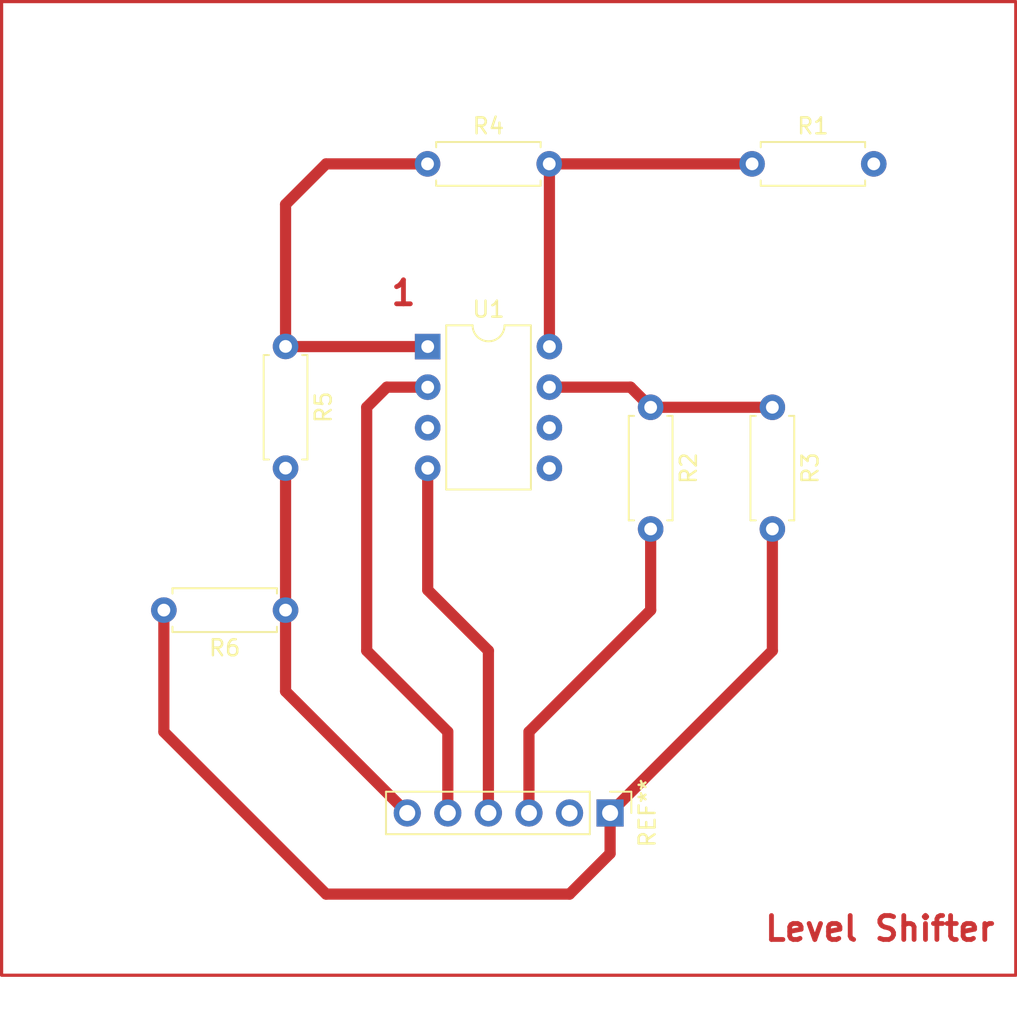
<source format=kicad_pcb>
(kicad_pcb (version 20221018) (generator pcbnew)
  (layers (0 "F.Cu" signal) (31 "B.Cu" signal) (34 "B.Paste" user) (35 "F.Paste" user) (36 "B.SilkS" user "B.Silkscreen") (37 "F.SilkS" user "F.Silkscreen") (38 "B.Mask" user) (39 "F.Mask" user) (44 "Edge.Cuts" user))
  (net 0 "")
  (net 4 "Net-(U1-BYPASS)")
  (net 5 "Net-(R1-Pad2)")
  (net 6 "Net-(U1-VS)")
  (footprint "Resistor_THT:R_Axial_DIN0207_L6.3mm_D2.5mm_P7.62mm_Horizontal" (layer "F.Cu") (at 132.08 77.47 -90)
    (fp_text reference "R5" (at 3.81 -2.37 90) (layer "F.SilkS"))
    (fp_text value "R")
    (fp_line (start 0.54 -1.37) (end 7.08 -1.37) (stroke (width 0.12)) (layer "F.SilkS"))
    (fp_line (start 0.54 -1.04) (end 0.54 -1.37) (stroke (width 0.12)) (layer "F.SilkS"))
    (fp_line (start 0.54 1.04) (end 0.54 1.37) (stroke (width 0.12)) (layer "F.SilkS"))
    (fp_line (start 0.54 1.37) (end 7.08 1.37) (stroke (width 0.12)) (layer "F.SilkS"))
    (fp_line (start 7.08 -1.37) (end 7.08 -1.04) (stroke (width 0.12)) (layer "F.SilkS"))
    (fp_line (start 7.08 1.37) (end 7.08 1.04) (stroke (width 0.12)) (layer "F.SilkS"))
    (pad "1" thru_hole circle (at 0 0 270) (size 1.6 1.6) (drill 0.8) (layers "*.Cu" "*.Mask"))
    (pad "2" thru_hole oval (at 7.62 0 270) (size 1.6 1.6) (drill 0.8) (layers "*.Cu" "*.Mask"))
  )
  (footprint "Package_DIP:DIP-8_W7.62mm" (layer "F.Cu") (at 140.98 77.48)
    (fp_text reference "U1" (at 3.81 -2.33) (layer "F.SilkS"))
    (fp_text value "LM380N-8")
    (fp_line (start 1.16 -1.33) (end 1.16 8.95) (stroke (width 0.12)) (layer "F.SilkS"))
    (fp_line (start 1.16 8.95) (end 6.46 8.95) (stroke (width 0.12)) (layer "F.SilkS"))
    (fp_line (start 2.81 -1.33) (end 1.16 -1.33) (stroke (width 0.12)) (layer "F.SilkS"))
    (fp_line (start 6.46 -1.33) (end 4.81 -1.33) (stroke (width 0.12)) (layer "F.SilkS"))
    (fp_line (start 6.46 8.95) (end 6.46 -1.33) (stroke (width 0.12)) (layer "F.SilkS"))
    (fp_arc (start 4.81 -1.33) (mid 3.81 -0.33) (end 2.81 -1.33) (stroke (width 0.12)) (layer "F.SilkS"))
    (pad "1" thru_hole rect (at 0 0) (size 1.6 1.6) (drill 0.8) (layers "*.Cu" "*.Mask"))
    (pad "2" thru_hole oval (at 0 2.54) (size 1.6 1.6) (drill 0.8) (layers "*.Cu" "*.Mask"))
    (pad "3" thru_hole oval (at 0 5.08) (size 1.6 1.6) (drill 0.8) (layers "*.Cu" "*.Mask"))
    (pad "4" thru_hole oval (at 0 7.62) (size 1.6 1.6) (drill 0.8) (layers "*.Cu" "*.Mask"))
    (pad "5" thru_hole oval (at 7.62 7.62) (size 1.6 1.6) (drill 0.8) (layers "*.Cu" "*.Mask"))
    (pad "6" thru_hole oval (at 7.62 5.08) (size 1.6 1.6) (drill 0.8) (layers "*.Cu" "*.Mask"))
    (pad "7" thru_hole oval (at 7.62 2.54) (size 1.6 1.6) (drill 0.8) (layers "*.Cu" "*.Mask") (net 6 "Net-(U1-VS)"))
    (pad "8" thru_hole oval (at 7.62 0) (size 1.6 1.6) (drill 0.8) (layers "*.Cu" "*.Mask") (net 4 "Net-(U1-BYPASS)"))
  )
  (footprint "Resistor_THT:R_Axial_DIN0207_L6.3mm_D2.5mm_P7.62mm_Horizontal" (layer "F.Cu") (at 162.56 81.28 -90)
    (fp_text reference "R3" (at 3.81 -2.37 90) (layer "F.SilkS"))
    (fp_text value "R")
    (fp_line (start 0.54 -1.37) (end 7.08 -1.37) (stroke (width 0.12)) (layer "F.SilkS"))
    (fp_line (start 0.54 -1.04) (end 0.54 -1.37) (stroke (width 0.12)) (layer "F.SilkS"))
    (fp_line (start 0.54 1.04) (end 0.54 1.37) (stroke (width 0.12)) (layer "F.SilkS"))
    (fp_line (start 0.54 1.37) (end 7.08 1.37) (stroke (width 0.12)) (layer "F.SilkS"))
    (fp_line (start 7.08 -1.37) (end 7.08 -1.04) (stroke (width 0.12)) (layer "F.SilkS"))
    (fp_line (start 7.08 1.37) (end 7.08 1.04) (stroke (width 0.12)) (layer "F.SilkS"))
    (pad "1" thru_hole circle (at 0 0 270) (size 1.6 1.6) (drill 0.8) (layers "*.Cu" "*.Mask") (net 6 "Net-(U1-VS)"))
    (pad "2" thru_hole oval (at 7.62 0 270) (size 1.6 1.6) (drill 0.8) (layers "*.Cu" "*.Mask"))
  )
  (footprint "Resistor_THT:R_Axial_DIN0207_L6.3mm_D2.5mm_P7.62mm_Horizontal" (layer "F.Cu") (at 161.29 66.04)
    (fp_text reference "R1" (at 3.81 -2.37) (layer "F.SilkS"))
    (fp_text value "R")
    (fp_line (start 0.54 -1.37) (end 7.08 -1.37) (stroke (width 0.12)) (layer "F.SilkS"))
    (fp_line (start 0.54 -1.04) (end 0.54 -1.37) (stroke (width 0.12)) (layer "F.SilkS"))
    (fp_line (start 0.54 1.04) (end 0.54 1.37) (stroke (width 0.12)) (layer "F.SilkS"))
    (fp_line (start 0.54 1.37) (end 7.08 1.37) (stroke (width 0.12)) (layer "F.SilkS"))
    (fp_line (start 7.08 -1.37) (end 7.08 -1.04) (stroke (width 0.12)) (layer "F.SilkS"))
    (fp_line (start 7.08 1.37) (end 7.08 1.04) (stroke (width 0.12)) (layer "F.SilkS"))
    (pad "1" thru_hole circle (at 0 0) (size 1.6 1.6) (drill 0.8) (layers "*.Cu" "*.Mask") (net 4 "Net-(U1-BYPASS)"))
    (pad "2" thru_hole oval (at 7.62 0) (size 1.6 1.6) (drill 0.8) (layers "*.Cu" "*.Mask") (net 5 "Net-(R1-Pad2)"))
  )
  (footprint "Connector_PinHeader_2.54mm:PinHeader_1x06_P2.54mm_Vertical" (layer "F.Cu") (at 152.4 106.68 -90)
    (fp_text reference "REF**" (at 0 -2.33 90) (layer "F.SilkS"))
    (fp_text value "PinHeader_1x06_P2.54mm_Vertical")
    (fp_line (start -1.33 -1.33) (end 0 -1.33) (stroke (width 0.12)) (layer "F.SilkS"))
    (fp_line (start -1.33 0) (end -1.33 -1.33) (stroke (width 0.12)) (layer "F.SilkS"))
    (fp_line (start -1.33 1.27) (end -1.33 14.03) (stroke (width 0.12)) (layer "F.SilkS"))
    (fp_line (start -1.33 1.27) (end 1.33 1.27) (stroke (width 0.12)) (layer "F.SilkS"))
    (fp_line (start -1.33 14.03) (end 1.33 14.03) (stroke (width 0.12)) (layer "F.SilkS"))
    (fp_line (start 1.33 1.27) (end 1.33 14.03) (stroke (width 0.12)) (layer "F.SilkS"))
    (pad "1" thru_hole rect (at 0 0 270) (size 1.7 1.7) (drill 1) (layers "*.Cu" "*.Mask"))
    (pad "2" thru_hole oval (at 0 2.54 270) (size 1.7 1.7) (drill 1) (layers "*.Cu" "*.Mask"))
    (pad "3" thru_hole oval (at 0 5.08 270) (size 1.7 1.7) (drill 1) (layers "*.Cu" "*.Mask"))
    (pad "4" thru_hole oval (at 0 7.62 270) (size 1.7 1.7) (drill 1) (layers "*.Cu" "*.Mask"))
    (pad "5" thru_hole oval (at 0 10.16 270) (size 1.7 1.7) (drill 1) (layers "*.Cu" "*.Mask"))
    (pad "6" thru_hole oval (at 0 12.7 270) (size 1.7 1.7) (drill 1) (layers "*.Cu" "*.Mask"))
  )
  (footprint "Resistor_THT:R_Axial_DIN0207_L6.3mm_D2.5mm_P7.62mm_Horizontal" (layer "F.Cu") (at 140.97 66.04)
    (fp_text reference "R4" (at 3.81 -2.37) (layer "F.SilkS"))
    (fp_text value "R")
    (fp_line (start 0.54 -1.37) (end 7.08 -1.37) (stroke (width 0.12)) (layer "F.SilkS"))
    (fp_line (start 0.54 -1.04) (end 0.54 -1.37) (stroke (width 0.12)) (layer "F.SilkS"))
    (fp_line (start 0.54 1.04) (end 0.54 1.37) (stroke (width 0.12)) (layer "F.SilkS"))
    (fp_line (start 0.54 1.37) (end 7.08 1.37) (stroke (width 0.12)) (layer "F.SilkS"))
    (fp_line (start 7.08 -1.37) (end 7.08 -1.04) (stroke (width 0.12)) (layer "F.SilkS"))
    (fp_line (start 7.08 1.37) (end 7.08 1.04) (stroke (width 0.12)) (layer "F.SilkS"))
    (pad "1" thru_hole circle (at 0 0) (size 1.6 1.6) (drill 0.8) (layers "*.Cu" "*.Mask"))
    (pad "2" thru_hole oval (at 7.62 0) (size 1.6 1.6) (drill 0.8) (layers "*.Cu" "*.Mask") (net 4 "Net-(U1-BYPASS)"))
  )
  (footprint "Resistor_THT:R_Axial_DIN0207_L6.3mm_D2.5mm_P7.62mm_Horizontal" (layer "F.Cu") (at 132.08 93.98 180)
    (fp_text reference "R6" (at 3.81 -2.37) (layer "F.SilkS"))
    (fp_text value "R")
    (fp_line (start 0.54 -1.37) (end 7.08 -1.37) (stroke (width 0.12)) (layer "F.SilkS"))
    (fp_line (start 0.54 -1.04) (end 0.54 -1.37) (stroke (width 0.12)) (layer "F.SilkS"))
    (fp_line (start 0.54 1.04) (end 0.54 1.37) (stroke (width 0.12)) (layer "F.SilkS"))
    (fp_line (start 0.54 1.37) (end 7.08 1.37) (stroke (width 0.12)) (layer "F.SilkS"))
    (fp_line (start 7.08 -1.37) (end 7.08 -1.04) (stroke (width 0.12)) (layer "F.SilkS"))
    (fp_line (start 7.08 1.37) (end 7.08 1.04) (stroke (width 0.12)) (layer "F.SilkS"))
    (pad "1" thru_hole circle (at 0 0 180) (size 1.6 1.6) (drill 0.8) (layers "*.Cu" "*.Mask"))
    (pad "2" thru_hole oval (at 7.62 0 180) (size 1.6 1.6) (drill 0.8) (layers "*.Cu" "*.Mask"))
  )
  (footprint "Resistor_THT:R_Axial_DIN0207_L6.3mm_D2.5mm_P7.62mm_Horizontal" (layer "F.Cu") (at 154.94 81.28 -90)
    (fp_text reference "R2" (at 3.81 -2.37 90) (layer "F.SilkS"))
    (fp_text value "R")
    (fp_line (start 0.54 -1.37) (end 7.08 -1.37) (stroke (width 0.12)) (layer "F.SilkS"))
    (fp_line (start 0.54 -1.04) (end 0.54 -1.37) (stroke (width 0.12)) (layer "F.SilkS"))
    (fp_line (start 0.54 1.04) (end 0.54 1.37) (stroke (width 0.12)) (layer "F.SilkS"))
    (fp_line (start 0.54 1.37) (end 7.08 1.37) (stroke (width 0.12)) (layer "F.SilkS"))
    (fp_line (start 7.08 -1.37) (end 7.08 -1.04) (stroke (width 0.12)) (layer "F.SilkS"))
    (fp_line (start 7.08 1.37) (end 7.08 1.04) (stroke (width 0.12)) (layer "F.SilkS"))
    (pad "1" thru_hole circle (at 0 0 270) (size 1.6 1.6) (drill 0.8) (layers "*.Cu" "*.Mask") (net 6 "Net-(U1-VS)"))
    (pad "2" thru_hole oval (at 7.62 0 270) (size 1.6 1.6) (drill 0.8) (layers "*.Cu" "*.Mask"))
  )
  (gr_rect (start 114.3 55.88) (end 177.8 116.84) (stroke (width 0.2)) (fill none) (layer "F.Cu"))
  (gr_text "Level Shifter" (at 161.95 114.8) (layer "F.Cu") (effects (font (size 1.5 1.5) (thickness 0.3) bold) (justify left bottom)))
  (gr_text "1" (at 138.55 75) (layer "F.Cu") (effects (font (size 1.5 1.5) (thickness 0.3) bold) (justify left bottom)))
  (segment (start 124.46 93.98) (end 124.46 101.6) (width 0.7) (layer "F.Cu") (net 0))
  (segment (start 140.98 92.72) (end 144.78 96.52) (width 0.7) (layer "F.Cu") (net 0))
  (segment (start 124.46 101.6) (end 134.62 111.76) (width 0.7) (layer "F.Cu") (net 0))
  (segment (start 132.08 93.98) (end 132.08 99.06) (width 0.7) (layer "F.Cu") (net 0))
  (segment (start 162.56 88.9) (end 162.56 96.52) (width 0.7) (layer "F.Cu") (net 0))
  (segment (start 154.94 93.98) (end 147.32 101.6) (width 0.7) (layer "F.Cu") (net 0))
  (segment (start 154.94 88.9) (end 154.94 93.98) (width 0.7) (layer "F.Cu") (net 0))
  (segment (start 132.08 68.58) (end 132.08 77.47) (width 0.7) (layer "F.Cu") (net 0))
  (segment (start 132.08 85.09) (end 132.08 93.98) (width 0.7) (layer "F.Cu") (net 0))
  (segment (start 137.16 96.52) (end 142.24 101.6) (width 0.7) (layer "F.Cu") (net 0))
  (segment (start 134.62 66.04) (end 132.08 68.58) (width 0.7) (layer "F.Cu") (net 0))
  (segment (start 140.97 66.04) (end 134.62 66.04) (width 0.7) (layer "F.Cu") (net 0))
  (segment (start 142.24 101.6) (end 142.24 106.68) (width 0.7) (layer "F.Cu") (net 0))
  (segment (start 132.09 77.48) (end 132.08 77.47) (width 0.7) (layer "F.Cu") (net 0))
  (segment (start 144.78 96.52) (end 144.78 106.68) (width 0.7) (layer "F.Cu") (net 0))
  (segment (start 138.42 80.02) (end 137.16 81.28) (width 0.7) (layer "F.Cu") (net 0))
  (segment (start 162.56 96.52) (end 152.4 106.68) (width 0.7) (layer "F.Cu") (net 0))
  (segment (start 147.32 101.6) (end 147.32 106.68) (width 0.7) (layer "F.Cu") (net 0))
  (segment (start 134.62 111.76) (end 149.86 111.76) (width 0.7) (layer "F.Cu") (net 0))
  (segment (start 152.4 109.22) (end 152.4 106.68) (width 0.7) (layer "F.Cu") (net 0))
  (segment (start 137.16 81.28) (end 137.16 96.52) (width 0.7) (layer "F.Cu") (net 0))
  (segment (start 149.86 111.76) (end 152.4 109.22) (width 0.7) (layer "F.Cu") (net 0))
  (segment (start 140.98 77.48) (end 132.09 77.48) (width 0.7) (layer "F.Cu") (net 0))
  (segment (start 140.98 85.1) (end 140.98 92.72) (width 0.7) (layer "F.Cu") (net 0))
  (segment (start 140.98 80.02) (end 138.42 80.02) (width 0.7) (layer "F.Cu") (net 0))
  (segment (start 132.08 99.06) (end 139.7 106.68) (width 0.7) (layer "F.Cu") (net 0))
  (segment (start 148.6 77.48) (end 148.6 66.05) (width 0.7) (layer "F.Cu") (net 4))
  (segment (start 148.6 66.05) (end 148.59 66.04) (width 0.7) (layer "F.Cu") (net 4))
  (segment (start 161.29 66.04) (end 148.59 66.04) (width 0.7) (layer "F.Cu") (net 4))
  (segment (start 154.94 81.28) (end 162.56 81.28) (width 0.7) (layer "F.Cu") (net 6))
  (segment (start 148.6 80.02) (end 153.68 80.02) (width 0.7) (layer "F.Cu") (net 6))
  (segment (start 153.68 80.02) (end 154.94 81.28) (width 0.7) (layer "F.Cu") (net 6))
)
</source>
